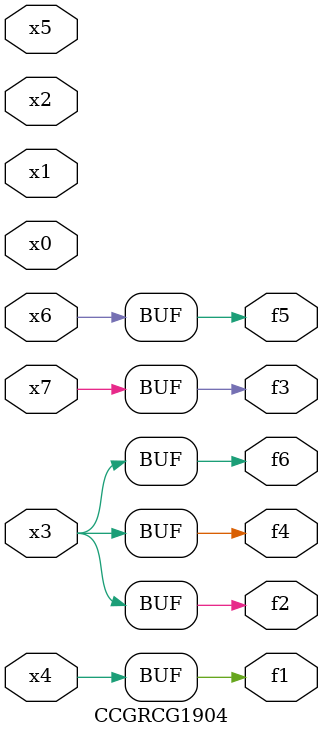
<source format=v>
module CCGRCG1904(
	input x0, x1, x2, x3, x4, x5, x6, x7,
	output f1, f2, f3, f4, f5, f6
);
	assign f1 = x4;
	assign f2 = x3;
	assign f3 = x7;
	assign f4 = x3;
	assign f5 = x6;
	assign f6 = x3;
endmodule

</source>
